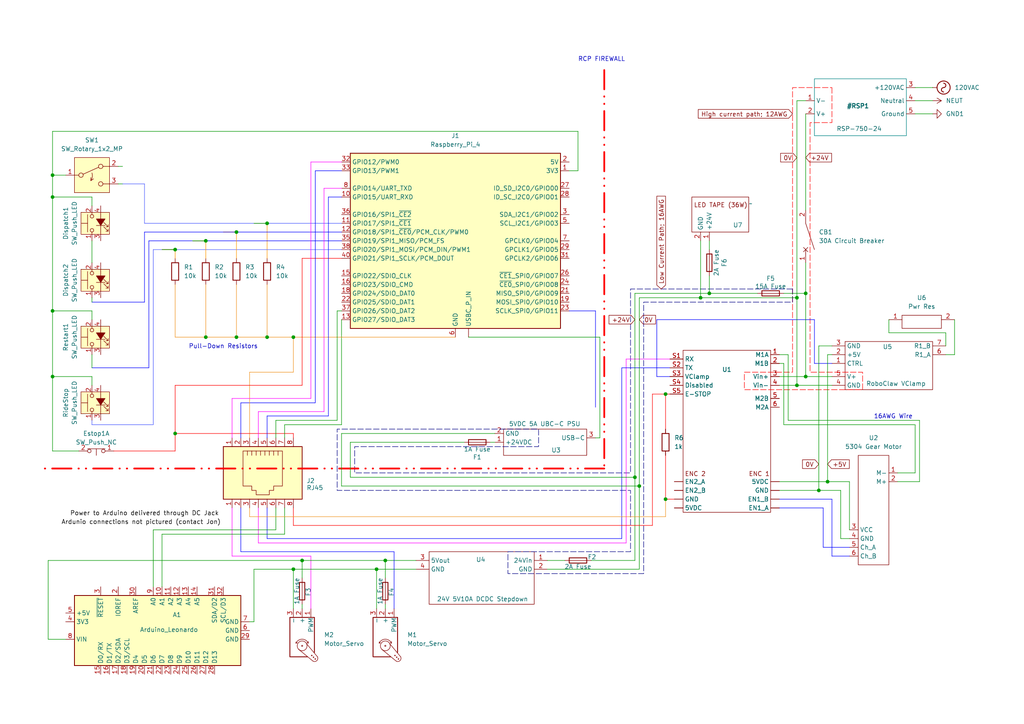
<source format=kicad_sch>
(kicad_sch (version 20250114) (generator "eeschema") (generator_version "9.0")
  (paper "A4")
  (title_block (title "REC 2025 ELECTRONIC SCHEMATIC") (date "2025-04-01") (rev "H") (company "TERRIER RIDE ENGINEERING CLUB") (comment 1 "Boston University") (comment 2 "Contributer: Jack Justus") (comment 3 "Contributer: Jesus Espinoza"))
  (lib_symbols
    (symbol "Connector:RJ45" (pin_names (offset 1.016))
      (property "Reference" "J2" (at -1.2701 13.97 90))
      (property "Value" "RJ45" (at 1.2699 13.97 90))
      (symbol "RJ45_0_1"
        (polyline (pts (xy -6.35 1.905) (xy -5.08 1.905) (xy -5.08 1.905)))
        (polyline (pts (xy -6.35 0.635) (xy -5.08 0.635) (xy -5.08 0.635)))
        (polyline (pts (xy -6.35 -0.635) (xy -5.08 -0.635) (xy -5.08 -0.635)))
        (polyline (pts (xy -6.35 -1.905) (xy -5.08 -1.905) (xy -5.08 -1.905)))
        (polyline (pts (xy -6.35 -3.175) (xy -5.08 -3.175) (xy -5.08 -3.175)))
        (polyline (pts (xy -6.35 -4.445) (xy -6.35 6.985) (xy 3.81 6.985) (xy 3.81 4.445) (xy 5.08 4.445) (xy 5.08 3.175) (xy 6.35 3.175) (xy 6.35 -0.635) (xy 5.08 -0.635) (xy 5.08 -1.905) (xy 3.81 -1.905) (xy 3.81 -4.445) (xy -6.35 -4.445) (xy -6.35 -4.445)))
        (polyline (pts (xy -5.08 5.715) (xy -6.35 5.715)))
        (polyline (pts (xy -5.08 4.445) (xy -6.35 4.445)))
        (polyline (pts (xy -5.08 3.175) (xy -6.35 3.175) (xy -6.35 3.175)))
        (rectangle (start 7.62 12.7) (end -7.62 -10.16) (stroke (width 0.254)) (fill (type background)))
      )
      (symbol "RJ45_1_1"
        (pin passive line (at -10.16 10.16 0) (length 2.54) (name "~") (number "8"))
        (pin passive line (at -10.16 7.62 0) (length 2.54) (name "~") (number "7"))
        (pin passive line (at -10.16 5.08 0) (length 2.54) (name "~") (number "6"))
        (pin passive line (at -10.16 2.54 0) (length 2.54) (name "~") (number "5"))
        (pin passive line (at -10.16 0 0) (length 2.54) (name "~") (number "4"))
        (pin passive line (at -10.16 -2.54 0) (length 2.54) (name "~") (number "3"))
        (pin passive line (at -10.16 -5.08 0) (length 2.54) (name "~") (number "2"))
        (pin passive line (at -10.16 -7.62 0) (length 2.54) (name "~") (number "1"))
        (pin passive line (at 10.16 10.16 180) (length 2.54) (name "~") (number "8"))
        (pin passive line (at 10.16 7.62 180) (length 2.54) (name "~") (number "7"))
        (pin passive line (at 10.16 5.08 180) (length 2.54) (name "~") (number "6"))
        (pin passive line (at 10.16 2.54 180) (length 2.54) (name "~") (number "5"))
        (pin passive line (at 10.16 0 180) (length 2.54) (name "~") (number "4"))
        (pin passive line (at 10.16 -2.54 180) (length 2.54) (name "~") (number "3"))
        (pin passive line (at 10.16 -5.08 180) (length 2.54) (name "~") (number "2"))
        (pin passive line (at 10.16 -7.62 180) (length 2.54) (name "~") (number "1"))
      )
    )
    (symbol "Connector:Raspberry_Pi_4"
      (property "Reference" "J1" (at 0 30.48 0))
      (property "Value" "Raspberry_Pi_4" (at 0 27.94 0))
      (symbol "Raspberry_Pi_4_0_1"
        (rectangle (start -30.48 25.4) (end 30.48 -25.4) (stroke (width 0.254)) (fill (type background)))
      )
      (symbol "Raspberry_Pi_4_1_1"
        (pin bidirectional line (at -33.02 22.86 0) (length 2.54) (name "GPIO12/PWM0") (number "32"))
        (pin bidirectional line (at -33.02 20.32 0) (length 2.54) (name "GPIO13/PWM1") (number "33"))
        (pin bidirectional line (at -33.02 15.24 0) (length 2.54) (name "GPIO14/UART_TXD") (number "8"))
        (pin bidirectional line (at -33.02 12.7 0) (length 2.54) (name "GPIO15/UART_RXD") (number "10"))
        (pin bidirectional line (at -33.02 7.62 0) (length 2.54) (name "GPIO16/SPI1_~{CE2}") (number "36"))
        (pin bidirectional line (at -33.02 5.08 0) (length 2.54) (name "GPIO17/SPI1_~{CE1}") (number "11"))
        (pin bidirectional line (at -33.02 2.54 0) (length 2.54) (name "GPIO18/SPI1_~{CE0}/PCM_CLK/PWM0") (number "12"))
        (pin bidirectional line (at -33.02 0 0) (length 2.54) (name "GPIO19/SPI1_MISO/PCM_FS") (number "35"))
        (pin bidirectional line (at -33.02 -2.54 0) (length 2.54) (name "GPIO20/SPI1_MOSI/PCM_DIN/PWM1") (number "38"))
        (pin bidirectional line (at -33.02 -5.08 0) (length 2.54) (name "GPIO21/SPI1_SCLK/PCM_DOUT") (number "40"))
        (pin bidirectional line (at -33.02 -10.16 0) (length 2.54) (name "GPIO22/SDIO_CLK") (number "15"))
        (pin bidirectional line (at -33.02 -12.7 0) (length 2.54) (name "GPIO23/SDIO_CMD") (number "16"))
        (pin bidirectional line (at -33.02 -15.24 0) (length 2.54) (name "GPIO24/SDIO_DAT0") (number "18"))
        (pin bidirectional line (at -33.02 -17.78 0) (length 2.54) (name "GPIO25/SDIO_DAT1") (number "22"))
        (pin bidirectional line (at -33.02 -20.32 0) (length 2.54) (name "GPIO26/SDIO_DAT2") (number "37"))
        (pin bidirectional line (at -33.02 -22.86 0) (length 2.54) (name "GPIO27/SDIO_DAT3") (number "13"))
        (pin passive line (at 0 -27.94 90) (length 2.54) (hide yes) (name "GND") (number "14"))
        (pin passive line (at 0 -27.94 90) (length 2.54) (hide yes) (name "GND") (number "20"))
        (pin passive line (at 0 -27.94 90) (length 2.54) (hide yes) (name "GND") (number "25"))
        (pin passive line (at 0 -27.94 90) (length 2.54) (hide yes) (name "GND") (number "30"))
        (pin passive line (at 0 -27.94 90) (length 2.54) (hide yes) (name "GND") (number "34"))
        (pin passive line (at 0 -27.94 90) (length 2.54) (hide yes) (name "GND") (number "39"))
        (pin power_out line (at 0 -27.94 90) (length 2.54) (name "GND") (number "6"))
        (pin passive line (at 0 -27.94 90) (length 2.54) (hide yes) (name "GND") (number "9"))
        (pin input line (at 3.81 -27.94 90) (length 2.54) (name "USBC_P_IN") (number ""))
        (pin power_out line (at 33.02 22.86 180) (length 2.54) (name "5V") (number "2"))
        (pin passive line (at 33.02 22.86 180) (length 2.54) (hide yes) (name "5V") (number "4"))
        (pin power_out line (at 33.02 20.32 180) (length 2.54) (name "3V3") (number "1"))
        (pin passive line (at 33.02 20.32 180) (length 2.54) (hide yes) (name "3V3") (number "17"))
        (pin bidirectional line (at 33.02 15.24 180) (length 2.54) (name "ID_SD_I2C0/GPIO00") (number "27"))
        (pin bidirectional line (at 33.02 12.7 180) (length 2.54) (name "ID_SC_I2C0/GPIO01") (number "28"))
        (pin bidirectional line (at 33.02 7.62 180) (length 2.54) (name "SDA_I2C1/GPIO02") (number "3"))
        (pin bidirectional line (at 33.02 5.08 180) (length 2.54) (name "SCL_I2C1/GPIO03") (number "5"))
        (pin bidirectional line (at 33.02 0 180) (length 2.54) (name "GPCLK0/GPIO04") (number "7"))
        (pin bidirectional line (at 33.02 -2.54 180) (length 2.54) (name "GPCLK1/GPIO05") (number "29"))
        (pin bidirectional line (at 33.02 -5.08 180) (length 2.54) (name "GPCLK2/GPIO06") (number "31"))
        (pin bidirectional line (at 33.02 -10.16 180) (length 2.54) (name "~{CE1}_SPI0/GPIO07") (number "26"))
        (pin bidirectional line (at 33.02 -12.7 180) (length 2.54) (name "~{CE0}_SPI0/GPIO08") (number "24"))
        (pin bidirectional line (at 33.02 -15.24 180) (length 2.54) (name "MISO_SPI0/GPIO09") (number "21"))
        (pin bidirectional line (at 33.02 -17.78 180) (length 2.54) (name "MOSI_SPI0/GPIO10") (number "19"))
        (pin bidirectional line (at 33.02 -20.32 180) (length 2.54) (name "SCLK_SPI0/GPIO11") (number "23"))
      )
    )
    (symbol "CustomSymbols:24V 5V10A_DCDC_Stepdown"
      (property "Reference" "U" (at 8.89 -3.302 0))
      (property "Value" "24V 5V10A DCDC Stepdown" (at 9.398 -5.842 0))
      (symbol "24V 5V10A_DCDC_Stepdown_0_1"
        (rectangle (start -6.35 7.62) (end 24.13 -7.62))
      )
      (symbol "24V 5V10A_DCDC_Stepdown_1_1"
        (pin power_out line (at -10.16 5.08 0) (length 3.81) (name "5Vout") (number "3"))
        (pin power_out line (at -10.16 2.54 0) (length 3.81) (name "GND") (number "4"))
        (pin power_in line (at 27.94 5.08 180) (length 3.81) (name "24Vin") (number "1"))
        (pin power_in line (at 27.94 2.54 180) (length 3.81) (name "GND") (number "2"))
      )
    )
    (symbol "CustomSymbols:24V_LED_Tape"
      (property "Reference" "U" (at -1.524 -5.08 0))
      (symbol "24V_LED_Tape_0_1"
        (rectangle (start -2.54 -6.35) (end 13.97 -16.51))
      )
      (symbol "24V_LED_Tape_1_1"
        (text "LED TAPE (36W)" (at 5.842 -8.636 0) (effects (font (size 1.27 1.27))))
        (pin power_in line (at 0 -19.05 90) (length 2.54) (name "GND") (number "2"))
        (pin power_in line (at 2.54 -19.05 90) (length 2.54) (name "+24V") (number "1"))
      )
    )
    (symbol "CustomSymbols:5304_Saturn_Gear_Motor"
      (property "Reference" "U" (at -3.81 14.986 0))
      (property "Value" "5304 Gear Motor" (at -9.652 7.62 90))
      (symbol "5304_Saturn_Gear_Motor_0_1"
        (rectangle (start -11.43 16.51) (end -2.54 -15.24))
      )
      (symbol "5304_Saturn_Gear_Motor_1_1"
        (pin power_in line (at -13.97 -5.08 0) (length 2.54) (name "VCC") (number "3"))
        (pin power_in line (at -13.97 -7.62 0) (length 2.54) (name "GND") (number "4"))
        (pin output line (at -13.97 -10.16 0) (length 2.54) (name "Ch_A") (number "5"))
        (pin output line (at -13.97 -12.7 0) (length 2.54) (name "Ch_B") (number "6"))
        (pin power_out line (at 0 11.43 180) (length 2.54) (name "M-") (number "1"))
        (pin power_in line (at 0 8.89 180) (length 2.54) (name "M+") (number "2"))
      )
    )
    (symbol "CustomSymbols:Pi_PSU"
      (property "Reference" "U" (at 3.048 -9.144 0))
      (property "Value" "24VDC UBC-C PSU" (at 2.794 -3.81 0))
      (symbol "Pi_PSU_0_1"
        (rectangle (start -8.89 -2.54) (end 15.24 -10.16))
      )
      (symbol "Pi_PSU_1_1"
        (pin output line (at -11.43 -7.62 0) (length 2.54) (name "USB-C") (number "3"))
        (pin power_in line (at 17.78 -6.35 180) (length 2.54) (name "+24VDC") (number "1"))
        (pin power_out line (at 17.78 -8.89 180) (length 2.54) (name "GND") (number "2"))
      )
    )
    (symbol "CustomSymbols:Power_Resistor"
      (property "Reference" "U" (at 6.858 2.794 0))
      (property "Value" "Pwr Res" (at 6.858 1.016 0))
      (symbol "Power_Resistor_0_1"
        (rectangle (start 1.27 3.81) (end 12.7 0))
      )
      (symbol "Power_Resistor_1_1"
        (pin bidirectional line (at -2.54 1.27 0) (length 3.81) (name "") (number "2"))
        (pin bidirectional line (at 16.51 1.27 180) (length 3.81) (name "") (number "1"))
      )
    )
    (symbol "CustomSymbols:RSP-750-24" (power) (exclude_from_sim yes) (in_bom no) (on_board no)
      (property "Reference" "RSP1" (at -1.778 -0.254 0))
      (property "Value" "RSP-750-24" (at 1.778 -6.858 0))
      (symbol "RSP-750-24_0_1"
        (rectangle (start -17.78 7.62) (end 8.89 -8.89) (stroke (width 0) (color 0 132 132 1)))
      )
      (symbol "RSP-750-24_1_1"
        (pin power_out line (at -20.32 1.27 0) (length 2.54) (name "V-") (number "1"))
        (pin power_out line (at -20.32 -2.54 0) (length 2.54) (name "V+") (number "2"))
        (pin power_in line (at 11.43 5.08 180) (length 2.54) (name "+120VAC") (number "3"))
        (pin power_in line (at 11.43 1.27 180) (length 2.54) (name "Neutral") (number "4"))
        (pin power_in line (at 11.43 -2.54 180) (length 2.54) (name "Ground") (number "5"))
      )
    )
    (symbol "CustomSymbols:RoboClaw_2x30A_MC"
      (property "Reference" "U1" (at -5.08 7.112 0))
      (symbol "RoboClaw_2x30A_MC_0_1"
        (rectangle (start -17.78 12.7) (end 7.62 -34.29))
      )
      (symbol "RoboClaw_2x30A_MC_1_1"
        (text "ENC 2" (at -14.224 -23.114 0) (effects (font (size 1.27 1.27))))
        (text "ENC 1" (at 4.318 -23.114 0) (effects (font (size 1.27 1.27))))
        (pin bidirectional line (at -21.59 10.16 0) (length 3.81) (name "RX") (number "S1"))
        (pin bidirectional line (at -21.59 7.62 0) (length 3.81) (name "TX") (number "S2"))
        (pin bidirectional line (at -21.59 5.08 0) (length 3.81) (name "VClamp") (number "S3"))
        (pin bidirectional line (at -21.59 2.54 0) (length 3.81) (name "Disabled") (number "S4"))
        (pin bidirectional line (at -21.59 0 0) (length 3.81) (name "E-STOP") (number "S5"))
        (pin input line (at -20.32 -25.4 0) (length 2.54) (name "EN2_A") (number ""))
        (pin input line (at -20.32 -27.94 0) (length 2.54) (name "EN2_B") (number ""))
        (pin power_out line (at -20.32 -30.48 0) (length 2.54) (name "GND") (number ""))
        (pin power_out line (at -20.32 -33.02 0) (length 2.54) (name "5VDC") (number ""))
        (pin power_out line (at 10.16 11.43 180) (length 2.54) (name "M1A") (number "1"))
        (pin power_out line (at 10.16 8.89 180) (length 2.54) (name "M1B") (number "2"))
        (pin power_in line (at 10.16 5.08 180) (length 2.54) (name "Vin+") (number "3"))
        (pin power_in line (at 10.16 2.54 180) (length 2.54) (name "Vin-") (number "4"))
        (pin power_out line (at 10.16 -1.27 180) (length 2.54) (name "M2B") (number "5"))
        (pin power_out line (at 10.16 -3.81 180) (length 2.54) (name "M2A") (number "6"))
        (pin power_out line (at 10.16 -25.4 180) (length 2.54) (name "5VDC") (number ""))
        (pin power_out line (at 10.16 -27.94 180) (length 2.54) (name "GND") (number ""))
        (pin input line (at 10.16 -30.48 180) (length 2.54) (name "EN1_B") (number ""))
        (pin input line (at 10.16 -33.02 180) (length 2.54) (name "EN1_A") (number ""))
      )
    )
    (symbol "CustomSymbols:RoboclawVClamp"
      (property "Reference" "U5" (at 18.288 -9.906 0))
      (property "Value" "RoboClaw VClamp" (at 23.114 0.762 0))
      (symbol "RoboclawVClamp_0_1"
        (rectangle (start 3.81 2.54) (end 29.21 -11.43))
      )
      (symbol "RoboclawVClamp_1_1"
        (pin bidirectional line (at 0 -7.62 0) (length 3.81) (name "R1_A") (number "6"))
        (pin bidirectional line (at 0 -10.16 0) (length 3.81) (name "R1_B") (number "7"))
        (pin bidirectional line (at 33.02 1.27 180) (length 3.81) (name "GND") (number "4"))
        (pin bidirectional line (at 33.02 -1.27 180) (length 3.81) (name "V+") (number "5"))
        (pin bidirectional line (at 33.02 -5.08 180) (length 3.81) (name "CTRL") (number "1"))
        (pin bidirectional line (at 33.02 -7.62 180) (length 3.81) (name "+5V") (number "2"))
        (pin bidirectional line (at 33.02 -10.16 180) (length 3.81) (name "GND") (number "3"))
      )
    )
    (symbol "Device:CircuitBreaker_1P"
      (property "Reference" "CB" (at 1.905 0 0))
      (property "Value" "CircuitBreaker_1P" (at 1.905 1.905 0))
      (symbol "CircuitBreaker_1P_0_1"
        (polyline (pts (xy 0 -3.81) (xy -2.54 3.81)))
        (polyline (pts (xy 0 -5.08) (xy 0 -3.81)))
      )
      (symbol "CircuitBreaker_1P_1_1"
        (polyline (pts (xy -0.635 4.445) (xy 0.635 3.175)))
        (polyline (pts (xy 0 5.08) (xy 0 3.81)))
        (polyline (pts (xy 0.635 4.445) (xy -0.635 3.175)))
        (pin passive line (at 0 7.62 270) (length 2.54) (name "~") (number "1"))
        (pin passive line (at 0 -7.62 90) (length 2.54) (name "~") (number "2"))
      )
    )
    (symbol "Device:Fuse" (pin_numbers (hide yes)) (pin_names (offset 0))
      (property "Reference" "F" (at 2.032 0 90))
      (property "Value" "Fuse" (at -1.905 0 90))
      (symbol "Fuse_0_1"
        (rectangle (start -0.762 -2.54) (end 0.762 2.54) (stroke (width 0.254)))
        (polyline (pts (xy 0 2.54) (xy 0 -2.54)))
      )
      (symbol "Fuse_1_1"
        (pin passive line (at 0 3.81 270) (length 1.27) (name "~") (number "1"))
        (pin passive line (at 0 -3.81 90) (length 1.27) (name "~") (number "2"))
      )
    )
    (symbol "Device:R" (pin_numbers (hide yes)) (pin_names (offset 0))
      (property "Reference" "R" (at 2.032 0 90))
      (property "Value" "R" (at 0 0 90))
      (symbol "R_0_1"
        (rectangle (start -1.016 -2.54) (end 1.016 2.54) (stroke (width 0.254)))
      )
      (symbol "R_1_1"
        (pin passive line (at 0 3.81 270) (length 1.27) (name "~") (number "1"))
        (pin passive line (at 0 -3.81 90) (length 1.27) (name "~") (number "2"))
      )
    )
    (symbol "MCU_Module:Arduino_Leonardo"
      (property "Reference" "A" (at -10.16 23.495 0))
      (property "Value" "Arduino_Leonardo" (at 5.08 -26.67 0))
      (symbol "Arduino_Leonardo_0_1"
        (rectangle (start -10.16 22.86) (end 10.16 -25.4) (stroke (width 0.254)) (fill (type background)))
      )
      (symbol "Arduino_Leonardo_1_1"
        (pin bidirectional line (at -12.7 15.24 0) (length 2.54) (name "D0/RX") (number "15"))
        (pin bidirectional line (at -12.7 12.7 0) (length 2.54) (name "D1/TX") (number "16"))
        (pin bidirectional line (at -12.7 10.16 0) (length 2.54) (name "D2/SDA") (number "17"))
        (pin bidirectional line (at -12.7 7.62 0) (length 2.54) (name "D3/SCL") (number "18"))
        (pin bidirectional line (at -12.7 5.08 0) (length 2.54) (name "D4") (number "19"))
        (pin bidirectional line (at -12.7 2.54 0) (length 2.54) (name "D5") (number "20"))
        (pin bidirectional line (at -12.7 0 0) (length 2.54) (name "D6") (number "21"))
        (pin bidirectional line (at -12.7 -2.54 0) (length 2.54) (name "D7") (number "22"))
        (pin bidirectional line (at -12.7 -5.08 0) (length 2.54) (name "D8") (number "23"))
        (pin bidirectional line (at -12.7 -7.62 0) (length 2.54) (name "D9") (number "24"))
        (pin bidirectional line (at -12.7 -10.16 0) (length 2.54) (name "D10") (number "25"))
        (pin bidirectional line (at -12.7 -12.7 0) (length 2.54) (name "D11") (number "26"))
        (pin bidirectional line (at -12.7 -15.24 0) (length 2.54) (name "D12") (number "27"))
        (pin bidirectional line (at -12.7 -17.78 0) (length 2.54) (name "D13") (number "28"))
        (pin no_connect line (at -10.16 -20.32 0) (length 2.54) (hide yes) (name "NC") (number "1"))
        (pin power_in line (at -2.54 25.4 270) (length 2.54) (name "VIN") (number "8"))
        (pin power_in line (at -2.54 -27.94 90) (length 2.54) (name "GND") (number "29"))
        (pin power_in line (at 0 -27.94 90) (length 2.54) (name "GND") (number "6"))
        (pin power_out line (at 2.54 25.4 270) (length 2.54) (name "3V3") (number "4"))
        (pin power_in line (at 2.54 -27.94 90) (length 2.54) (name "GND") (number "7"))
        (pin power_out line (at 5.08 25.4 270) (length 2.54) (name "+5V") (number "5"))
        (pin input line (at 12.7 15.24 180) (length 2.54) (name "~{RESET}") (number "3"))
        (pin output line (at 12.7 10.16 180) (length 2.54) (name "IOREF") (number "2"))
        (pin input line (at 12.7 5.08 180) (length 2.54) (name "AREF") (number "30"))
        (pin bidirectional line (at 12.7 0 180) (length 2.54) (name "A0") (number "9"))
        (pin bidirectional line (at 12.7 -2.54 180) (length 2.54) (name "A1") (number "10"))
        (pin bidirectional line (at 12.7 -5.08 180) (length 2.54) (name "A2") (number "11"))
        (pin bidirectional line (at 12.7 -7.62 180) (length 2.54) (name "A3") (number "12"))
        (pin bidirectional line (at 12.7 -10.16 180) (length 2.54) (name "A4") (number "13"))
        (pin bidirectional line (at 12.7 -12.7 180) (length 2.54) (name "A5") (number "14"))
        (pin bidirectional line (at 12.7 -17.78 180) (length 2.54) (name "SDA/D2") (number "31"))
        (pin bidirectional line (at 12.7 -20.32 180) (length 2.54) (name "SCL/D3") (number "32"))
      )
    )
    (symbol "Motor:Motor_Servo" (pin_names (offset 0.0254))
      (property "Reference" "M" (at -5.08 4.445 0))
      (property "Value" "Motor_Servo" (at -5.08 -4.064 0))
      (symbol "Motor_Servo_0_1"
        (polyline (pts (xy 2.413 1.778) (xy 1.905 1.778)))
        (polyline (pts (xy 2.413 1.778) (xy 2.286 1.397)))
        (polyline (pts (xy 2.413 -1.778) (xy 2.032 -1.778)))
        (polyline (pts (xy 2.413 -1.778) (xy 2.286 -1.397)))
        (arc (start 2.413 -1.778) (mid 1.2406 0) (end 2.413 1.778))
        (circle (center 3.175 0) (radius 0.1778))
        (circle (center 3.175 0) (radius 1.4224))
        (polyline (pts (xy 5.08 3.556) (xy -5.08 3.556) (xy -5.08 -3.556) (xy 6.35 -3.556) (xy 6.35 1.524)) (stroke (width 0.254)))
        (circle (center 5.969 2.794) (radius 0.127))
        (polyline (pts (xy 6.35 4.445) (xy 2.54 1.27)))
        (circle (center 6.477 3.302) (radius 0.127))
        (arc (start 6.35 4.445) (mid 7.4487 4.2737) (end 7.62 3.175))
        (circle (center 6.985 3.81) (radius 0.127))
        (polyline (pts (xy 7.62 3.175) (xy 4.191 -1.016)))
      )
      (symbol "Motor_Servo_1_1"
        (pin passive line (at -7.62 2.54 0) (length 2.54) (name "PWM") (number "1"))
        (pin passive line (at -7.62 0 0) (length 2.54) (name "+") (number "2"))
        (pin passive line (at -7.62 -2.54 0) (length 2.54) (name "-") (number "3"))
      )
    )
    (symbol "Switch:SW_Push_LED" (pin_names (offset 1.016) (hide yes))
      (property "Reference" "SW" (at 0 7.62 0))
      (property "Value" "SW_Push_LED" (at 0 -3.81 0))
      (symbol "SW_Push_LED_0_0"
        (polyline (pts (xy -2.54 0) (xy 2.54 0)))
        (polyline (pts (xy -2.286 -1.524) (xy -2.286 -2.159) (xy -1.651 -2.159)))
        (polyline (pts (xy -2.286 -2.159) (xy -1.016 -0.889)))
        (polyline (pts (xy -1.016 -1.524) (xy -1.016 -2.159) (xy -0.381 -2.159)))
        (polyline (pts (xy -1.016 -2.159) (xy 0.254 -0.889)))
        (polyline (pts (xy -0.635 1.27) (xy -0.635 -1.27)))
        (polyline (pts (xy -0.635 0) (xy 1.27 1.27) (xy 1.27 -1.27) (xy -0.635 0)) (fill (type outline)))
      )
      (symbol "SW_Push_LED_0_1"
        (circle (center -2.032 2.54) (radius 0.508))
        (polyline (pts (xy 0 3.81) (xy 0 5.588)))
        (circle (center 2.032 2.54) (radius 0.508))
        (polyline (pts (xy 2.54 3.81) (xy -2.54 3.81)))
        (pin passive line (at -5.08 2.54 0) (length 2.54) (name "1") (number "1"))
        (pin passive line (at -5.08 0 0) (length 2.54) (name "K") (number "3"))
        (pin passive line (at 5.08 2.54 180) (length 2.54) (name "2") (number "2"))
        (pin passive line (at 5.08 0 180) (length 2.54) (name "A") (number "4"))
      )
      (symbol "SW_Push_LED_1_1"
        (rectangle (start -3.175 5.715) (end 3.175 -2.54) (fill (type background)))
      )
    )
    (symbol "Switch:SW_Push_Open_Dual_x2" (pin_names (offset 1.016) (hide yes))
      (property "Reference" "SW" (at 0 2.54 0))
      (property "Value" "SW_Push_Open_Dual_x2" (at 0 -1.905 0))
      (symbol "SW_Push_Open_Dual_x2_0_1"
        (polyline (pts (xy -2.54 -0.635) (xy 2.54 -0.635)))
        (circle (center -2.032 0) (radius 0.508))
        (polyline (pts (xy 0 -0.635) (xy 0 1.27)))
        (circle (center 2.032 0) (radius 0.508))
      )
      (symbol "SW_Push_Open_Dual_x2_1_1"
        (pin passive line (at -5.08 0 0) (length 2.54) (name "1") (number "1"))
        (pin passive line (at 5.08 0 180) (length 2.54) (name "2") (number "2"))
      )
      (symbol "SW_Push_Open_Dual_x2_2_1"
        (pin passive line (at -5.08 0 0) (length 2.54) (name "1") (number "3"))
        (pin passive line (at 5.08 0 180) (length 2.54) (name "2") (number "4"))
      )
    )
    (symbol "Switch:SW_Rotary_1x3_MP" (pin_names (hide yes))
      (property "Reference" "SW1" (at 0 10.16 0))
      (property "Value" "SW_Rotary_1x2_MP" (at 0 7.62 0))
      (symbol "SW_Rotary_1x3_MP_0_1"
        (polyline (pts (xy -5.08 0) (xy -3.81 0)))
        (circle (center -3.175 0) (radius 0.635))
        (polyline (pts (xy -2.5908 0.254) (xy 1.9304 2.286)))
        (arc (start 0 0.635) (mid 0.0861 -0.5113) (end -0.3176 -1.5875))
        (polyline (pts (xy -0.3176 -1.5875) (xy -0.3176 -0.6985)))
        (polyline (pts (xy -0.3176 -1.5875) (xy -0.3176 -1.5875)))
        (polyline (pts (xy -0.3176 -1.5875) (xy 0.4444 -1.0795)))
        (circle (center 2.54 2.54) (radius 0.635))
        (circle (center 2.54 -2.54) (radius 0.635))
        (polyline (pts (xy 5.08 2.54) (xy 3.175 2.54)))
        (polyline (pts (xy 5.08 -2.54) (xy 3.175 -2.54)))
      )
      (symbol "SW_Rotary_1x3_MP_1_1"
        (rectangle (start -5.08 5.08) (end 5.08 -5.08) (fill (type background)))
        (pin passive line (at -7.62 0 0) (length 2.54) (name "") (number "1"))
        (pin passive line (at 7.62 2.54 180) (length 2.54) (name "") (number "2"))
        (pin passive line (at 7.62 -2.54 180) (length 2.54) (name "") (number "3"))
      )
    )
    (symbol "power:GND1" (power) (pin_numbers (hide yes)) (pin_names (offset 0) (hide yes))
      (property "Value" "GND1" (at 0 -3.81 0))
      (symbol "GND1_0_1"
        (polyline (pts (xy 0 0) (xy 0 -1.27) (xy 1.27 -1.27) (xy 0 -2.54) (xy -1.27 -1.27) (xy 0 -1.27)))
      )
      (symbol "GND1_1_1"
        (pin power_in line (at 0 0 270) (length 0) (name "~") (number "1"))
      )
    )
    (symbol "power:NEUT" (power) (pin_numbers (hide yes)) (pin_names (offset 0) (hide yes))
      (property "Value" "NEUT" (at 0 3.556 0))
      (symbol "NEUT_0_1"
        (polyline (pts (xy -0.762 1.27) (xy 0 2.54)))
        (polyline (pts (xy 0 2.54) (xy 0.762 1.27)))
        (polyline (pts (xy 0 0) (xy 0 2.54)))
      )
      (symbol "NEUT_1_1"
        (pin power_in line (at 0 0 90) (length 0) (name "~") (number "1"))
      )
    )
    (symbol "power:VAC" (power) (pin_numbers (hide yes)) (pin_names (offset 0) (hide yes))
      (property "Value" "VAC" (at 0 6.35 0))
      (symbol "VAC_0_1"
        (arc (start -1.27 3.175) (mid -0.635 3.8073) (end 0 3.175) (stroke (width 0.254)))
        (circle (center 0 3.175) (radius 1.905) (stroke (width 0.254)))
        (polyline (pts (xy 0 0) (xy 0 1.27)))
        (arc (start 1.27 3.175) (mid 0.635 2.5427) (end 0 3.175) (stroke (width 0.254)))
      )
      (symbol "VAC_1_1"
        (pin power_in line (at 0 0 90) (length 0) (name "~") (number "1"))
      )
    )
  )
  (text "16AWG Wire" (at 259.08 120.904 0) (effects (font (size 1.27 1.27))))
  (text "RCP FIREWALL" (at 174.498 17.272 0) (effects (font (size 1.27 1.27))))
  (text "Pull-Down Resistors" (at 64.77 100.584 0) (effects (font (size 1.27 1.27))))
  (junction (at 193.04 144.78))
  (junction (at 50.8 72.39))
  (junction (at 203.2 86.36))
  (junction (at 231.14 86.36))
  (junction (at 15.24 90.17))
  (junction (at 111.76 162.56))
  (junction (at 237.49 142.24))
  (junction (at 77.47 97.79))
  (junction (at 240.03 139.7))
  (junction (at 68.58 97.79))
  (junction (at 231.14 111.76))
  (junction (at 15.24 57.15))
  (junction (at 185.42 140.97))
  (junction (at 193.04 114.3))
  (junction (at 59.69 69.85))
  (junction (at 233.68 109.22))
  (junction (at 233.68 85.09))
  (junction (at 77.47 64.77))
  (junction (at 59.69 97.79))
  (junction (at 15.24 109.22))
  (junction (at 109.22 165.1))
  (junction (at 68.58 67.31))
  (junction (at 50.8 125.73))
  (junction (at 85.09 97.79))
  (junction (at 205.74 85.09))
  (junction (at 15.24 50.8))
  (junction (at 184.15 138.43))
  (junction (at 87.63 162.56))
  (junction (at 85.09 165.1))
  (wire (pts (xy 90.17 115.57) (xy 67.31 115.57)) (stroke (width 0) (color 255 0 255 1)))
  (wire (pts (xy 203.2 69.85) (xy 203.2 86.36)))
  (wire (pts (xy 180.34 156.21) (xy 77.47 156.21)) (stroke (width 0) (color 0 0 255 1)))
  (wire (pts (xy 97.79 121.92) (xy 80.01 121.92)))
  (wire (pts (xy 237.49 100.33) (xy 241.3 100.33)))
  (wire (pts (xy 77.47 64.77) (xy 73.66 64.77)) (stroke (width 0) (color 255 153 0 1)))
  (wire (pts (xy 189.23 114.3) (xy 193.04 114.3)) (stroke (width 0) (color 255 0 0 1)))
  (wire (pts (xy 77.47 64.77) (xy 77.47 74.93)) (stroke (width 0) (color 255 153 0 1)))
  (wire (pts (xy 59.69 97.79) (xy 68.58 97.79)) (stroke (width 0) (color 240 149 36 1)))
  (wire (pts (xy 50.8 72.39) (xy 99.06 72.39)) (stroke (width 0) (color 76 93 255 1)))
  (wire (pts (xy 193.04 132.08) (xy 193.04 144.78)) (stroke (width 0) (color 255 0 0 1)))
  (wire (pts (xy 238.76 147.32) (xy 238.76 158.75)) (stroke (width 0) (color 0 0 255 1)))
  (wire (pts (xy 241.3 102.87) (xy 240.03 102.87)))
  (wire (pts (xy 77.47 97.79) (xy 85.09 97.79)) (stroke (width 0) (color 240 149 36 1)))
  (wire (pts (xy 15.24 50.8) (xy 15.24 57.15)))
  (wire (pts (xy 260.35 137.16) (xy 265.43 137.16)))
  (wire (pts (xy 43.18 69.85) (xy 59.69 69.85)) (stroke (width 0) (color 0 0 255 1)))
  (wire (pts (xy 15.24 109.22) (xy 26.67 109.22)))
  (wire (pts (xy 265.43 25.4) (xy 270.51 25.4)))
  (wire (pts (xy 181.61 157.48) (xy 74.93 157.48)) (stroke (width 0) (color 255 0 255 1)))
  (wire (pts (xy 13.97 162.56) (xy 13.97 185.42)))
  (wire (pts (xy 72.39 107.95) (xy 72.39 127)) (stroke (width 0) (color 240 149 36 1)))
  (wire (pts (xy 231.14 29.21) (xy 233.68 29.21)))
  (wire (pts (xy 99.06 125.73) (xy 143.51 125.73)))
  (wire (pts (xy 265.43 123.19) (xy 227.33 123.19)))
  (wire (pts (xy 95.25 57.15) (xy 95.25 120.65)) (stroke (width 0) (color 0 0 255 1)))
  (wire (pts (xy 41.91 87.63) (xy 26.67 87.63)) (stroke (width 0) (color 0 0 255 1)))
  (wire (pts (xy 226.06 109.22) (xy 233.68 109.22)))
  (wire (pts (xy 228.6 121.92) (xy 266.7 121.92)))
  (wire (pts (xy 185.42 140.97) (xy 185.42 165.1)))
  (wire (pts (xy 95.25 120.65) (xy 77.47 120.65)) (stroke (width 0) (color 0 0 255 1)))
  (wire (pts (xy 233.68 109.22) (xy 241.3 109.22)))
  (wire (pts (xy 15.24 50.8) (xy 19.05 50.8)))
  (wire (pts (xy 41.91 67.31) (xy 41.91 87.63)) (stroke (width 0) (color 0 0 255 1)))
  (wire (pts (xy 87.63 162.56) (xy 111.76 162.56)))
  (wire (pts (xy 50.8 125.73) (xy 85.09 125.73)) (stroke (width 0) (color 255 0 0 1)))
  (wire (pts (xy 276.86 92.71) (xy 276.86 102.87)))
  (wire (pts (xy 50.8 111.76) (xy 87.63 111.76)) (stroke (width 0) (color 255 0 0 1)))
  (wire (pts (xy 59.69 69.85) (xy 99.06 69.85)) (stroke (width 0) (color 0 0 255 1)))
  (wire (pts (xy 74.93 119.38) (xy 93.98 119.38)) (stroke (width 0) (color 255 0 255 1)))
  (wire (pts (xy 99.06 90.17) (xy 97.79 90.17)))
  (wire (pts (xy 15.24 57.15) (xy 26.67 57.15)))
  (wire (pts (xy 257.81 96.52) (xy 257.81 92.71)))
  (wire (pts (xy 59.69 82.55) (xy 59.69 97.79)) (stroke (width 0) (color 240 149 36 1)))
  (wire (pts (xy 26.67 111.76) (xy 26.67 109.22)))
  (wire (pts (xy 93.98 54.61) (xy 99.06 54.61)) (stroke (width 0) (color 255 0 255 1)))
  (wire (pts (xy 74.93 157.48) (xy 74.93 147.32)) (stroke (width 0) (color 255 0 255 1)))
  (wire (pts (xy 15.24 109.22) (xy 15.24 130.81)))
  (wire (pts (xy 231.14 111.76) (xy 241.3 111.76)))
  (wire (pts (xy 90.17 46.99) (xy 99.06 46.99)) (stroke (width 0) (color 255 0 255 1)))
  (wire (pts (xy 67.31 115.57) (xy 67.31 127)) (stroke (width 0) (color 255 0 255 1)))
  (wire (pts (xy 231.14 29.21) (xy 231.14 86.36)))
  (wire (pts (xy 226.06 111.76) (xy 231.14 111.76)))
  (wire (pts (xy 85.09 165.1) (xy 85.09 176.53)))
  (wire (pts (xy 163.83 162.56) (xy 158.75 162.56)))
  (wire (pts (xy 87.63 162.56) (xy 87.63 167.64)))
  (wire (pts (xy 55.88 69.85) (xy 59.69 69.85)))
  (wire (pts (xy 181.61 104.14) (xy 194.31 104.14)) (stroke (width 0) (color 255 0 255 1)))
  (wire (pts (xy 180.34 106.68) (xy 180.34 156.21)) (stroke (width 0) (color 0 0 255 1)))
  (wire (pts (xy 91.44 49.53) (xy 99.06 49.53)) (stroke (width 0) (color 0 0 255 1)))
  (wire (pts (xy 237.49 100.33) (xy 237.49 142.24)))
  (wire (pts (xy 236.22 105.41) (xy 241.3 105.41)) (stroke (width 0) (color 0 0 255 1)))
  (wire (pts (xy 72.39 147.32) (xy 72.39 149.86)) (stroke (width 0) (color 240 149 36 1)))
  (wire (pts (xy 109.22 176.53) (xy 109.22 165.1)))
  (wire (pts (xy 13.97 162.56) (xy 87.63 162.56)))
  (wire (pts (xy 68.58 97.79) (xy 77.47 97.79)) (stroke (width 0) (color 240 149 36 1)))
  (wire (pts (xy 99.06 123.19) (xy 82.55 123.19)))
  (wire (pts (xy 205.74 85.09) (xy 219.71 85.09)))
  (wire (pts (xy 236.22 92.71) (xy 236.22 105.41)) (stroke (width 0) (color 0 0 255 1)))
  (wire (pts (xy 82.55 154.94) (xy 46.99 154.94)))
  (wire (pts (xy 193.04 149.86) (xy 193.04 144.78)) (stroke (width 0) (color 240 149 36 1)))
  (wire (pts (xy 172.72 90.17) (xy 172.72 118.11)) (stroke (width 0) (color 0 0 255 1)))
  (wire (pts (xy 241.3 161.29) (xy 246.38 161.29)) (stroke (width 0) (color 0 0 255 1)))
  (wire (pts (xy 265.43 29.21) (xy 270.51 29.21)))
  (wire (pts (xy 85.09 97.79) (xy 85.09 107.95)) (stroke (width 0) (color 240 149 36 1)))
  (wire (pts (xy 158.75 165.1) (xy 185.42 165.1)))
  (wire (pts (xy 101.6 128.27) (xy 101.6 138.43)))
  (wire (pts (xy 243.84 142.24) (xy 243.84 156.21)))
  (wire (pts (xy 111.76 176.53) (xy 111.76 175.26)))
  (wire (pts (xy 26.67 69.85) (xy 26.67 76.2)))
  (wire (pts (xy 237.49 142.24) (xy 243.84 142.24)))
  (wire (pts (xy 233.68 33.02) (xy 233.68 60.96)))
  (wire (pts (xy 184.15 85.09) (xy 205.74 85.09)))
  (wire (pts (xy 85.09 125.73) (xy 85.09 127)) (stroke (width 0) (color 255 0 0 1)))
  (wire (pts (xy 184.15 138.43) (xy 184.15 162.56)))
  (wire (pts (xy 185.42 140.97) (xy 99.06 140.97)))
  (wire (pts (xy 41.91 64.77) (xy 77.47 64.77)) (stroke (width 0) (color 76 93 255 1)))
  (wire (pts (xy 274.32 100.33) (xy 274.32 96.52)))
  (wire (pts (xy 265.43 33.02) (xy 270.51 33.02)))
  (wire (pts (xy 87.63 175.26) (xy 87.63 176.53)))
  (wire (pts (xy 227.33 85.09) (xy 233.68 85.09)))
  (wire (pts (xy 68.58 67.31) (xy 64.77 67.31)) (stroke (width 0) (color 255 153 0 1)))
  (wire (pts (xy 87.63 111.76) (xy 87.63 74.93)) (stroke (width 0) (color 255 0 0 1)))
  (wire (pts (xy 13.97 185.42) (xy 19.05 185.42)))
  (wire (pts (xy 181.61 104.14) (xy 181.61 157.48)) (stroke (width 0) (color 255 0 255 1)))
  (wire (pts (xy 46.99 154.94) (xy 46.99 170.18)))
  (wire (pts (xy 173.99 97.79) (xy 173.99 127)))
  (wire (pts (xy 80.01 121.92) (xy 80.01 127)))
  (wire (pts (xy 41.91 67.31) (xy 68.58 67.31)) (stroke (width 0) (color 0 0 255 1)))
  (wire (pts (xy 77.47 156.21) (xy 77.47 147.32)) (stroke (width 0) (color 0 0 255 1)))
  (wire (pts (xy 67.31 147.32) (xy 67.31 161.29)) (stroke (width 0) (color 255 0 255 1)))
  (wire (pts (xy 69.85 116.84) (xy 69.85 127)) (stroke (width 0) (color 0 0 255 1)))
  (wire (pts (xy 165.1 49.53) (xy 167.64 49.53)))
  (wire (pts (xy 26.67 106.68) (xy 43.18 106.68)) (stroke (width 0) (color 0 0 255 1)))
  (wire (pts (xy 193.04 114.3) (xy 194.31 114.3)) (stroke (width 0) (color 255 0 0 1)))
  (wire (pts (xy 50.8 125.73) (xy 50.8 111.76)) (stroke (width 0) (color 255 0 0 1)))
  (polyline (pts (xy 175.26 135.89) (xy 12.7 135.89)) (stroke (width 0.508) (type dash_dot_dot) (color 255 0 0 1)))
  (wire (pts (xy 226.06 147.32) (xy 238.76 147.32)) (stroke (width 0) (color 0 0 255 1)))
  (wire (pts (xy 167.64 38.1) (xy 167.64 49.53)))
  (wire (pts (xy 95.25 57.15) (xy 99.06 57.15)) (stroke (width 0) (color 0 0 255 1)))
  (wire (pts (xy 33.02 130.81) (xy 50.8 130.81)) (stroke (width 0) (color 255 0 0 1)))
  (wire (pts (xy 180.34 106.68) (xy 194.31 106.68)) (stroke (width 0) (color 0 0 255 1)))
  (wire (pts (xy 93.98 54.61) (xy 93.98 119.38)) (stroke (width 0) (color 255 0 255 1)))
  (wire (pts (xy 50.8 82.55) (xy 50.8 97.79)) (stroke (width 0) (color 240 149 36 1)))
  (wire (pts (xy 246.38 139.7) (xy 246.38 153.67)))
  (wire (pts (xy 77.47 82.55) (xy 77.47 97.79)) (stroke (width 0) (color 240 149 36 1)))
  (wire (pts (xy 233.68 76.2) (xy 233.68 85.09)))
  (polyline (pts (xy 175.26 20.32) (xy 175.26 135.89)) (stroke (width 0.508) (type dash_dot_dot) (color 255 0 0 1)))
  (wire (pts (xy 111.76 162.56) (xy 111.76 167.64)))
  (wire (pts (xy 50.8 72.39) (xy 50.8 74.93)) (stroke (width 0) (color 255 153 0 1)))
  (wire (pts (xy 266.7 139.7) (xy 260.35 139.7)))
  (wire (pts (xy 15.24 130.81) (xy 22.86 130.81)))
  (wire (pts (xy 205.74 69.85) (xy 205.74 72.39)))
  (wire (pts (xy 142.24 128.27) (xy 143.51 128.27)))
  (wire (pts (xy 26.67 92.71) (xy 26.67 90.17)))
  (wire (pts (xy 72.39 149.86) (xy 193.04 149.86)) (stroke (width 0) (color 240 149 36 1)))
  (wire (pts (xy 99.06 92.71) (xy 99.06 123.19)))
  (wire (pts (xy 226.06 102.87) (xy 228.6 102.87)))
  (wire (pts (xy 265.43 137.16) (xy 265.43 123.19)))
  (wire (pts (xy 276.86 102.87) (xy 274.32 102.87)))
  (wire (pts (xy 68.58 82.55) (xy 68.58 97.79)) (stroke (width 0) (color 240 149 36 1)))
  (wire (pts (xy 189.23 114.3) (xy 189.23 152.4)) (stroke (width 0) (color 255 0 0 1)))
  (wire (pts (xy 114.3 176.53) (xy 114.3 160.02)) (stroke (width 0) (color 0 0 255 1)))
  (wire (pts (xy 34.29 53.34) (xy 35.56 53.34)))
  (wire (pts (xy 193.04 114.3) (xy 193.04 124.46)) (stroke (width 0) (color 255 0 0 1)))
  (wire (pts (xy 185.42 86.36) (xy 185.42 140.97)))
  (wire (pts (xy 274.32 96.52) (xy 257.81 96.52)))
  (wire (pts (xy 241.3 144.78) (xy 241.3 161.29)) (stroke (width 0) (color 0 0 255 1)))
  (wire (pts (xy 77.47 120.65) (xy 77.47 127)) (stroke (width 0) (color 0 0 255 1)))
  (wire (pts (xy 80.01 153.67) (xy 44.45 153.67)))
  (wire (pts (xy 101.6 138.43) (xy 184.15 138.43)))
  (wire (pts (xy 194.31 109.22) (xy 190.5 109.22)) (stroke (width 0) (color 0 0 255 1)))
  (wire (pts (xy 231.14 86.36) (xy 231.14 111.76)))
  (wire (pts (xy 26.67 102.87) (xy 26.67 106.68)))
  (wire (pts (xy 266.7 121.92) (xy 266.7 139.7)))
  (wire (pts (xy 85.09 147.32) (xy 85.09 152.4)) (stroke (width 0) (color 255 0 0 1)))
  (wire (pts (xy 41.91 53.34) (xy 35.56 53.34)) (stroke (width 0) (color 76 93 255 1)))
  (wire (pts (xy 82.55 147.32) (xy 82.55 154.94)))
  (wire (pts (xy 91.44 116.84) (xy 69.85 116.84)) (stroke (width 0) (color 0 0 255 1)))
  (wire (pts (xy 15.24 57.15) (xy 15.24 90.17)))
  (wire (pts (xy 87.63 74.93) (xy 99.06 74.93)) (stroke (width 0) (color 255 0 0 1)))
  (wire (pts (xy 43.18 69.85) (xy 43.18 106.68)) (stroke (width 0) (color 0 0 255 1)))
  (wire (pts (xy 109.22 165.1) (xy 85.09 165.1)))
  (wire (pts (xy 240.03 102.87) (xy 240.03 139.7)))
  (wire (pts (xy 172.72 90.17) (xy 165.1 90.17)) (stroke (width 0) (color 0 0 255 1)))
  (wire (pts (xy 67.31 161.29) (xy 90.17 161.29)) (stroke (width 0) (color 255 0 255 1)))
  (wire (pts (xy 226.06 105.41) (xy 227.33 105.41)))
  (wire (pts (xy 26.67 87.63) (xy 26.67 86.36)))
  (wire (pts (xy 91.44 49.53) (xy 91.44 116.84)) (stroke (width 0) (color 0 0 255 1)))
  (wire (pts (xy 111.76 162.56) (xy 120.65 162.56)))
  (wire (pts (xy 15.24 38.1) (xy 15.24 50.8)))
  (wire (pts (xy 101.6 128.27) (xy 134.62 128.27)))
  (wire (pts (xy 90.17 161.29) (xy 90.17 176.53)) (stroke (width 0) (color 255 0 255 1)))
  (wire (pts (xy 173.99 127) (xy 172.72 127)))
  (wire (pts (xy 44.45 153.67) (xy 44.45 170.18)))
  (wire (pts (xy 50.8 125.73) (xy 50.8 130.81)) (stroke (width 0) (color 255 0 0 1)))
  (wire (pts (xy 80.01 147.32) (xy 80.01 153.67)))
  (wire (pts (xy 85.09 165.1) (xy 73.66 165.1)))
  (wire (pts (xy 69.85 147.32) (xy 69.85 160.02)) (stroke (width 0) (color 0 0 255 1)))
  (wire (pts (xy 227.33 123.19) (xy 227.33 105.41)))
  (wire (pts (xy 44.45 72.39) (xy 50.8 72.39)) (stroke (width 0) (color 76 93 255 1)))
  (wire (pts (xy 238.76 158.75) (xy 246.38 158.75)) (stroke (width 0) (color 0 0 255 1)))
  (wire (pts (xy 41.91 53.34) (xy 41.91 64.77)) (stroke (width 0) (color 76 93 255 1)))
  (wire (pts (xy 190.5 109.22) (xy 190.5 92.71)) (stroke (width 0) (color 0 0 255 1)))
  (wire (pts (xy 59.69 69.85) (xy 59.69 74.93)) (stroke (width 0) (color 255 153 0 1)))
  (wire (pts (xy 185.42 86.36) (xy 203.2 86.36)))
  (wire (pts (xy 203.2 86.36) (xy 231.14 86.36)))
  (wire (pts (xy 205.74 80.01) (xy 205.74 85.09)))
  (wire (pts (xy 85.09 107.95) (xy 72.39 107.95)) (stroke (width 0) (color 240 149 36 1)))
  (wire (pts (xy 226.06 144.78) (xy 241.3 144.78)) (stroke (width 0) (color 0 0 255 1)))
  (wire (pts (xy 68.58 67.31) (xy 68.58 74.93)) (stroke (width 0) (color 255 153 0 1)))
  (wire (pts (xy 59.69 69.85) (xy 55.88 69.85)) (stroke (width 0) (color 255 153 0 1)))
  (wire (pts (xy 184.15 85.09) (xy 184.15 138.43)))
  (wire (pts (xy 73.66 64.77) (xy 77.47 64.77)))
  (wire (pts (xy 77.47 64.77) (xy 99.06 64.77)) (stroke (width 0) (color 76 93 255 1)))
  (wire (pts (xy 69.85 160.02) (xy 114.3 160.02)) (stroke (width 0) (color 0 0 255 1)))
  (wire (pts (xy 120.65 165.1) (xy 109.22 165.1)))
  (wire (pts (xy 50.8 97.79) (xy 59.69 97.79)) (stroke (width 0) (color 240 149 36 1)))
  (wire (pts (xy 171.45 162.56) (xy 184.15 162.56)))
  (wire (pts (xy 189.23 152.4) (xy 85.09 152.4)) (stroke (width 0) (color 255 0 0 1)))
  (wire (pts (xy 68.58 67.31) (xy 99.06 67.31)) (stroke (width 0) (color 0 0 255 1)))
  (wire (pts (xy 15.24 90.17) (xy 15.24 109.22)))
  (wire (pts (xy 85.09 97.79) (xy 132.08 97.79)) (stroke (width 0) (color 240 149 36 1)))
  (wire (pts (xy 233.68 85.09) (xy 233.68 109.22)))
  (wire (pts (xy 82.55 123.19) (xy 82.55 127)))
  (wire (pts (xy 26.67 123.19) (xy 26.67 121.92)) (stroke (width 0) (color 76 93 255 1)))
  (wire (pts (xy 226.06 139.7) (xy 240.03 139.7)))
  (wire (pts (xy 34.29 48.26) (xy 35.56 48.26)))
  (wire (pts (xy 243.84 156.21) (xy 246.38 156.21)))
  (wire (pts (xy 99.06 125.73) (xy 99.06 140.97)))
  (wire (pts (xy 226.06 142.24) (xy 237.49 142.24)))
  (wire (pts (xy 15.24 38.1) (xy 167.64 38.1)))
  (wire (pts (xy 44.45 72.39) (xy 44.45 123.19)) (stroke (width 0) (color 76 93 255 1)))
  (wire (pts (xy 90.17 46.99) (xy 90.17 115.57)) (stroke (width 0) (color 255 0 255 1)))
  (wire (pts (xy 26.67 57.15) (xy 26.67 59.69)))
  (wire (pts (xy 74.93 119.38) (xy 74.93 127)) (stroke (width 0) (color 255 0 255 1)))
  (wire (pts (xy 26.67 90.17) (xy 15.24 90.17)))
  (wire (pts (xy 50.8 72.39) (xy 46.99 72.39)) (stroke (width 0) (color 255 153 0 1)))
  (wire (pts (xy 46.99 72.39) (xy 50.8 72.39)))
  (wire (pts (xy 190.5 92.71) (xy 236.22 92.71)) (stroke (width 0) (color 0 0 255 1)))
  (wire (pts (xy 73.66 180.34) (xy 72.39 180.34)))
  (wire (pts (xy 193.04 144.78) (xy 195.58 144.78)) (stroke (width 0) (color 255 0 0 1)))
  (wire (pts (xy 44.45 123.19) (xy 26.67 123.19)) (stroke (width 0) (color 76 93 255 1)))
  (wire (pts (xy 228.6 102.87) (xy 228.6 121.92)))
  (wire (pts (xy 173.99 97.79) (xy 135.89 97.79)))
  (wire (pts (xy 73.66 165.1) (xy 73.66 180.34)))
  (wire (pts (xy 240.03 139.7) (xy 246.38 139.7)))
  (wire (pts (xy 97.79 90.17) (xy 97.79 121.92)))
  (label "Ardunio connections not pictured (contact Jon)" (at 17.78 152.4 0))
  (label "Power to Arduino delivered through DC Jack" (at 20.32 149.86 0))
  (global_label "+24V" (shape input) (at 184.15 92.71 180) (property "Intersheetrefs" "${INTERSHEET_REFS}" (effects (hide yes))))
  (global_label "+5V" (shape input) (at 240.03 134.62 0) (property "Intersheetrefs" "${INTERSHEET_REFS}" (effects (hide yes))))
  (global_label "+24V" (shape input) (at 233.68 45.72 0) (property "Intersheetrefs" "${INTERSHEET_REFS}" (effects (hide yes))))
  (global_label "Low Current Path; 16AWG" (shape input) (at 191.77 83.82 90) (property "Intersheetrefs" "${INTERSHEET_REFS}" (effects (hide yes))))
  (global_label "0V" (shape input) (at 231.14 45.72 180) (property "Intersheetrefs" "${INTERSHEET_REFS}" (effects (hide yes))))
  (global_label "0V" (shape input) (at 237.49 134.62 180) (property "Intersheetrefs" "${INTERSHEET_REFS}" (effects (hide yes))))
  (global_label "High current path; 12AWG" (shape input) (at 229.87 33.02 180) (property "Intersheetrefs" "${INTERSHEET_REFS}" (effects (hide yes))))
  (global_label "0V" (shape input) (at 185.42 92.71 0) (property "Intersheetrefs" "${INTERSHEET_REFS}" (effects (hide yes))))
  (rule_area (polyline (pts (xy 229.87 83.82) (xy 182.88 83.82) (xy 182.88 137.16) (xy 102.87 137.16) (xy 102.87 129.54) (xy 156.21 129.54) (xy 156.21 124.46) (xy 97.79 124.46) (xy 97.79 142.24) (xy 182.88 142.24) (xy 182.88 160.02) (xy 147.32 160.02) (xy 147.32 166.37) (xy 186.69 166.37) (xy 186.69 87.63) (xy 229.87 87.63)) (stroke (width 0) (type dash) (color 0 0 132 1))))
  (rule_area (polyline (pts (xy 241.3 25.4) (xy 241.3 35.56) (xy 234.95 35.56) (xy 234.95 97.79) (xy 234.95 97.79) (xy 234.95 107.95) (xy 250.19 107.95) (xy 250.19 113.03) (xy 230.505 113.03) (xy 229.87 113.03) (xy 215.9 113.03) (xy 215.9 107.95) (xy 229.87 107.95) (xy 229.87 25.4)) (stroke (width 0) (type dash))))
  (symbol (lib_id "Connector:Raspberry_Pi_4") (at 132.08 69.85 0) (unit 1)
    (property "Reference" "J1" (at 132.08 39.37 0))
    (property "Value" "Raspberry_Pi_4" (at 132.08 41.91 0))
    (property "Datasheet" "https://datasheets.raspberrypi.com/rpi4/raspberry-pi-4-datasheet.pdf" (effects (hide yes)))
    (property "Description" "Raspberry Pi 4 Model B" (effects (hide yes)))
  )
  (symbol (lib_id "CustomSymbols:RoboClaw_2x30A_MC") (at 215.9 114.3 0) (unit 1)
    (property "Reference" "U1" (at 210.82 107.188 0))
    (property "Value" "RoboClaw Motor Controller" (effects (hide yes)))
  )
  (symbol (lib_id "Device:Fuse") (at 167.64 162.56 270) (unit 1)
    (property "Reference" "F2" (at 171.704 161.544 90))
    (property "Value" "2A Fuse" (at 167.64 164.338 90))
    (property "Description" "Fuse" (effects (hide yes)))
  )
  (symbol (lib_id "Device:R") (at 68.58 78.74 0) (unit 1)
    (property "Reference" "R3" (at 71.12 77.4699 0) (effects (justify left)))
    (property "Value" "10k" (at 71.12 80.0099 0) (effects (justify left)))
    (property "Description" "Resistor" (effects (hide yes)))
  )
  (symbol (lib_id "Device:Fuse") (at 138.43 128.27 270) (unit 1)
    (property "Reference" "F1" (at 138.43 132.588 90))
    (property "Value" "1A Fuse" (at 138.43 130.302 90))
    (property "Description" "Fuse" (effects (hide yes)))
  )
  (symbol (lib_id "Device:R") (at 50.8 78.74 0) (unit 1)
    (property "Reference" "R1" (at 53.34 77.4699 0) (effects (justify left)))
    (property "Value" "10k" (at 53.34 80.0099 0) (effects (justify left)))
    (property "Description" "Resistor" (effects (hide yes)))
  )
  (symbol (lib_id "Device:R") (at 59.69 78.74 0) (unit 1)
    (property "Reference" "R2" (at 62.23 77.4699 0) (effects (justify left)))
    (property "Value" "10k" (at 62.23 80.0099 0) (effects (justify left)))
    (property "Description" "Resistor" (effects (hide yes)))
  )
  (symbol (lib_id "Device:R") (at 77.47 78.74 0) (unit 1)
    (property "Reference" "R4" (at 80.01 77.4699 0) (effects (justify left)))
    (property "Value" "10k" (at 80.01 80.0099 0) (effects (justify left)))
    (property "Description" "Resistor" (effects (hide yes)))
  )
  (symbol (lib_id "CustomSymbols:5304_Saturn_Gear_Motor") (at 260.35 148.59 0) (unit 1)
    (property "Reference" "U2" (at 253.365 127 0))
    (property "Value" "5304 Gear Motor" (at 253.365 129.54 0))
  )
  (symbol (lib_id "CustomSymbols:RSP-750-24") (at 254 30.48 0) (unit 1)
    (property "Reference" "RSP1" (at 252.222 30.734 0) (effects (font (thickness 0.254) (bold yes)) (justify right)))
    (property "Value" "RSP-750-24" (at 255.778 37.338 0) (effects (justify right)))
  )
  (symbol (lib_id "Switch:SW_Push_LED") (at 29.21 97.79 90) (unit 1)
    (property "Reference" "Restart1" (at 19.05 97.79 0))
    (property "Value" "SW_Push_LED" (at 21.59 97.79 0))
    (property "Description" "Push button switch with LED, generic" (effects (hide yes)))
  )
  (symbol (lib_id "CustomSymbols:24V 5V10A_DCDC_Stepdown") (at 130.81 167.64 0) (unit 1)
    (property "Reference" "U4" (at 139.446 162.306 0))
    (property "Value" "24V 5V10A DCDC Stepdown" (at 139.954 173.736 0))
  )
  (symbol (lib_id "Device:CircuitBreaker_1P") (at 233.68 68.58 180) (unit 1)
    (property "Reference" "CB1" (at 237.49 67.3099 0) (effects (justify right)))
    (property "Value" "30A Circuit Breaker" (at 237.49 69.8499 0) (effects (justify right)))
    (property "Description" "Single pole circuit breaker" (effects (hide yes)))
  )
  (symbol (lib_id "MCU_Module:Arduino_Leonardo") (at 44.45 182.88 90) (unit 1)
    (property "Reference" "A1" (at 51.308 178.308 90))
    (property "Value" "Arduino_Leonardo" (at 49.022 182.626 90))
    (property "Footprint" "Module:Arduino_UNO_R3" (effects (hide yes)))
    (property "Datasheet" "https://www.arduino.cc/en/Main/ArduinoBoardLeonardo" (effects (hide yes)))
    (property "Description" "Arduino LEONARDO Microcontroller Module" (effects (hide yes)))
  )
  (symbol (lib_id "Switch:SW_Push_LED") (at 29.21 81.28 90) (unit 1)
    (property "Reference" "Dispatch2" (at 19.05 81.28 0))
    (property "Value" "SW_Push_LED" (at 21.59 81.28 0))
    (property "Description" "Push button switch with LED, generic" (effects (hide yes)))
  )
  (symbol (lib_id "Device:Fuse") (at 223.52 85.09 90) (unit 1)
    (property "Reference" "F5" (at 223.52 80.772 90))
    (property "Value" "15A Fuse" (at 223.52 83.058 90))
    (property "Description" "Fuse" (effects (hide yes)))
  )
  (symbol (lib_id "power:VAC") (at 270.51 25.4 270) (unit 1)
    (property "Reference" "#PWR01" (effects (hide yes)))
    (property "Value" "120VAC" (at 276.86 25.3999 90) (effects (justify left)))
    (property "Description" "Power symbol creates a global label with name \"VAC\"" (effects (hide yes)))
  )
  (symbol (lib_id "Device:Fuse") (at 205.74 76.2 0) (unit 1)
    (property "Reference" "F6" (at 210.058 76.2 90))
    (property "Value" "2A Fuse" (at 207.772 76.2 90))
    (property "Description" "Fuse" (effects (hide yes)))
  )
  (symbol (lib_id "Switch:SW_Rotary_1x3_MP") (at 26.67 50.8 0) (unit 1)
    (property "Reference" "SW1" (at 26.67 40.64 0))
    (property "Value" "SW_Rotary_1x2_MP" (at 26.67 43.18 0))
    (property "Description" "Rotary switch 1x3, SP3T with mount point" (effects (hide yes)))
  )
  (symbol (lib_id "Switch:SW_Push_Open_Dual_x2") (at 27.94 130.81 180) (unit 1)
    (property "Reference" "Estop1" (at 27.94 125.73 0))
    (property "Value" "SW_Push_NC" (at 27.94 128.27 0))
    (property "Description" "Push button switch, push-to-open, generic, two pins" (effects (hide yes)))
  )
  (symbol (lib_id "Motor:Motor_Servo") (at 87.63 184.15 270) (unit 1)
    (property "Reference" "M2" (at 93.98 184.136 90) (effects (justify left)))
    (property "Value" "Motor_Servo" (at 93.98 186.676 90) (effects (justify left)))
    (property "Datasheet" "http://forums.parallax.com/uploads/attachments/46831/74481.png" (effects (hide yes)))
    (property "Description" "Servo Motor (Futaba, HiTec, JR connector)" (effects (hide yes)))
  )
  (symbol (lib_id "Switch:SW_Push_LED") (at 29.21 64.77 90) (unit 1)
    (property "Reference" "Dispatch1" (at 19.05 64.77 0))
    (property "Value" "SW_Push_LED" (at 21.59 64.77 0))
    (property "Description" "Push button switch with LED, generic" (effects (hide yes)))
  )
  (symbol (lib_id "CustomSymbols:RoboclawVClamp") (at 274.32 110.49 180) (unit 1)
    (property "Reference" "U5" (at 256.032 100.584 0) (effects (justify right)))
    (property "Value" "RoboClaw VClamp" (at 251.206 111.252 0) (effects (justify right)))
  )
  (symbol (lib_id "Device:Fuse") (at 87.63 171.45 180) (unit 1)
    (property "Reference" "F3" (at 89.408 171.704 90))
    (property "Value" "1A Fuse" (at 86.106 171.45 90))
    (property "Description" "Fuse" (effects (hide yes)))
  )
  (symbol (lib_id "Connector:RJ45") (at 74.93 137.16 270) (unit 1)
    (property "Reference" "J2" (at 88.9 139.446 90) (effects (justify left)))
    (property "Value" "RJ45" (at 88.9 141.478 90) (effects (justify left)))
    (property "Description" "RJ connector, 8P8C (8 positions 8 connected)" (effects (hide yes)))
  )
  (symbol (lib_id "power:NEUT") (at 270.51 29.21 270) (unit 1)
    (property "Reference" "#PWR013" (effects (hide yes)))
    (property "Value" "NEUT" (at 274.32 29.2099 90) (effects (justify left)))
    (property "Description" "Power symbol creates a global label with name \"NEUT\"" (effects (hide yes)))
  )
  (symbol (lib_id "CustomSymbols:Pi_PSU") (at 161.29 134.62 180) (unit 1)
    (property "Reference" "U3" (at 161.29 130.556 0))
    (property "Value" "5VDC 5A UBC-C PSU" (at 157.988 122.936 0))
  )
  (symbol (lib_id "CustomSymbols:24V_LED_Tape") (at 203.2 50.8 0) (unit 1)
    (property "Reference" "U7" (at 212.598 65.278 0) (effects (justify left)))
    (property "Value" "~" (at 217.17 59.055 0) (effects (justify left)))
  )
  (symbol (lib_id "power:GND1") (at 270.51 33.02 90) (unit 1)
    (property "Reference" "#PWR012" (effects (hide yes)))
    (property "Value" "GND1" (at 274.32 33.0199 90) (effects (justify right)))
    (property "Description" "Power symbol creates a global label with name \"GND1\" , ground" (effects (hide yes)))
  )
  (symbol (lib_id "Device:R") (at 193.04 128.27 0) (unit 1)
    (property "Reference" "R6" (at 195.58 126.9999 0) (effects (justify left)))
    (property "Value" "1k" (at 195.58 129.5399 0) (effects (justify left)))
    (property "Description" "Resistor" (effects (hide yes)))
  )
  (symbol (lib_id "Motor:Motor_Servo") (at 111.76 184.15 270) (unit 1)
    (property "Reference" "M1" (at 118.11 184.136 90) (effects (justify left)))
    (property "Value" "Motor_Servo" (at 118.11 186.676 90) (effects (justify left)))
    (property "Datasheet" "http://forums.parallax.com/uploads/attachments/46831/74481.png" (effects (hide yes)))
    (property "Description" "Servo Motor (Futaba, HiTec, JR connector)" (effects (hide yes)))
  )
  (symbol (lib_id "CustomSymbols:Power_Resistor") (at 274.32 91.44 180) (unit 1)
    (property "Reference" "U6" (at 267.335 86.36 0))
    (property "Value" "Pwr Res" (at 267.335 88.9 0))
  )
  (symbol (lib_id "Switch:SW_Push_LED") (at 29.21 116.84 90) (unit 1)
    (property "Reference" "RideStop" (at 19.05 116.84 0))
    (property "Value" "SW_Push_LED" (at 21.59 116.84 0))
    (property "Description" "Push button switch with LED, generic" (effects (hide yes)))
  )
  (symbol (lib_id "Device:Fuse") (at 111.76 171.45 180) (unit 1)
    (property "Reference" "F4" (at 113.538 171.704 90))
    (property "Value" "1A Fuse" (at 110.236 171.45 90))
    (property "Description" "Fuse" (effects (hide yes)))
  )
)
</source>
